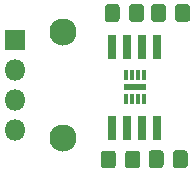
<source format=gbr>
%TF.GenerationSoftware,KiCad,Pcbnew,(5.1.5)-3*%
%TF.CreationDate,2021-12-06T22:42:56-06:00*%
%TF.ProjectId,DriveByWireMrSensor,44726976-6542-4795-9769-72654d725365,rev?*%
%TF.SameCoordinates,Original*%
%TF.FileFunction,Soldermask,Top*%
%TF.FilePolarity,Negative*%
%FSLAX46Y46*%
G04 Gerber Fmt 4.6, Leading zero omitted, Abs format (unit mm)*
G04 Created by KiCad (PCBNEW (5.1.5)-3) date 2021-12-06 22:42:56*
%MOMM*%
%LPD*%
G04 APERTURE LIST*
%ADD10C,2.300000*%
%ADD11R,0.658800X2.157400*%
%ADD12R,1.800000X1.800000*%
%ADD13O,1.800000X1.800000*%
%ADD14C,0.100000*%
%ADD15R,0.400000X0.850000*%
%ADD16R,1.850000X0.550000*%
G04 APERTURE END LIST*
D10*
%TO.C,REF\002A\002A*%
X95200000Y-83600000D03*
%TD*%
%TO.C,REF\002A\002A*%
X95200000Y-74600000D03*
%TD*%
D11*
%TO.C,U1*%
X99425000Y-82729000D03*
X100695000Y-82729000D03*
X101965000Y-82729000D03*
X103235000Y-82729000D03*
X103235000Y-75871000D03*
X101965000Y-75871000D03*
X100695000Y-75871000D03*
X99425000Y-75871000D03*
%TD*%
D12*
%TO.C,J1*%
X91200000Y-75289999D03*
D13*
X91200000Y-77829999D03*
X91200000Y-80369999D03*
X91200000Y-82909999D03*
%TD*%
D14*
%TO.C,R1*%
G36*
X103504897Y-84601308D02*
G01*
X103531275Y-84605221D01*
X103557143Y-84611701D01*
X103582252Y-84620685D01*
X103606358Y-84632086D01*
X103629232Y-84645796D01*
X103650651Y-84661682D01*
X103670410Y-84679590D01*
X103688318Y-84699349D01*
X103704204Y-84720768D01*
X103717914Y-84743642D01*
X103729315Y-84767748D01*
X103738299Y-84792857D01*
X103744779Y-84818725D01*
X103748692Y-84845103D01*
X103750000Y-84871738D01*
X103750000Y-85828262D01*
X103748692Y-85854897D01*
X103744779Y-85881275D01*
X103738299Y-85907143D01*
X103729315Y-85932252D01*
X103717914Y-85956358D01*
X103704204Y-85979232D01*
X103688318Y-86000651D01*
X103670410Y-86020410D01*
X103650651Y-86038318D01*
X103629232Y-86054204D01*
X103606358Y-86067914D01*
X103582252Y-86079315D01*
X103557143Y-86088299D01*
X103531275Y-86094779D01*
X103504897Y-86098692D01*
X103478262Y-86100000D01*
X102771738Y-86100000D01*
X102745103Y-86098692D01*
X102718725Y-86094779D01*
X102692857Y-86088299D01*
X102667748Y-86079315D01*
X102643642Y-86067914D01*
X102620768Y-86054204D01*
X102599349Y-86038318D01*
X102579590Y-86020410D01*
X102561682Y-86000651D01*
X102545796Y-85979232D01*
X102532086Y-85956358D01*
X102520685Y-85932252D01*
X102511701Y-85907143D01*
X102505221Y-85881275D01*
X102501308Y-85854897D01*
X102500000Y-85828262D01*
X102500000Y-84871738D01*
X102501308Y-84845103D01*
X102505221Y-84818725D01*
X102511701Y-84792857D01*
X102520685Y-84767748D01*
X102532086Y-84743642D01*
X102545796Y-84720768D01*
X102561682Y-84699349D01*
X102579590Y-84679590D01*
X102599349Y-84661682D01*
X102620768Y-84645796D01*
X102643642Y-84632086D01*
X102667748Y-84620685D01*
X102692857Y-84611701D01*
X102718725Y-84605221D01*
X102745103Y-84601308D01*
X102771738Y-84600000D01*
X103478262Y-84600000D01*
X103504897Y-84601308D01*
G37*
G36*
X105554897Y-84601308D02*
G01*
X105581275Y-84605221D01*
X105607143Y-84611701D01*
X105632252Y-84620685D01*
X105656358Y-84632086D01*
X105679232Y-84645796D01*
X105700651Y-84661682D01*
X105720410Y-84679590D01*
X105738318Y-84699349D01*
X105754204Y-84720768D01*
X105767914Y-84743642D01*
X105779315Y-84767748D01*
X105788299Y-84792857D01*
X105794779Y-84818725D01*
X105798692Y-84845103D01*
X105800000Y-84871738D01*
X105800000Y-85828262D01*
X105798692Y-85854897D01*
X105794779Y-85881275D01*
X105788299Y-85907143D01*
X105779315Y-85932252D01*
X105767914Y-85956358D01*
X105754204Y-85979232D01*
X105738318Y-86000651D01*
X105720410Y-86020410D01*
X105700651Y-86038318D01*
X105679232Y-86054204D01*
X105656358Y-86067914D01*
X105632252Y-86079315D01*
X105607143Y-86088299D01*
X105581275Y-86094779D01*
X105554897Y-86098692D01*
X105528262Y-86100000D01*
X104821738Y-86100000D01*
X104795103Y-86098692D01*
X104768725Y-86094779D01*
X104742857Y-86088299D01*
X104717748Y-86079315D01*
X104693642Y-86067914D01*
X104670768Y-86054204D01*
X104649349Y-86038318D01*
X104629590Y-86020410D01*
X104611682Y-86000651D01*
X104595796Y-85979232D01*
X104582086Y-85956358D01*
X104570685Y-85932252D01*
X104561701Y-85907143D01*
X104555221Y-85881275D01*
X104551308Y-85854897D01*
X104550000Y-85828262D01*
X104550000Y-84871738D01*
X104551308Y-84845103D01*
X104555221Y-84818725D01*
X104561701Y-84792857D01*
X104570685Y-84767748D01*
X104582086Y-84743642D01*
X104595796Y-84720768D01*
X104611682Y-84699349D01*
X104629590Y-84679590D01*
X104649349Y-84661682D01*
X104670768Y-84645796D01*
X104693642Y-84632086D01*
X104717748Y-84620685D01*
X104742857Y-84611701D01*
X104768725Y-84605221D01*
X104795103Y-84601308D01*
X104821738Y-84600000D01*
X105528262Y-84600000D01*
X105554897Y-84601308D01*
G37*
%TD*%
%TO.C,R2*%
G36*
X99459897Y-84626308D02*
G01*
X99486275Y-84630221D01*
X99512143Y-84636701D01*
X99537252Y-84645685D01*
X99561358Y-84657086D01*
X99584232Y-84670796D01*
X99605651Y-84686682D01*
X99625410Y-84704590D01*
X99643318Y-84724349D01*
X99659204Y-84745768D01*
X99672914Y-84768642D01*
X99684315Y-84792748D01*
X99693299Y-84817857D01*
X99699779Y-84843725D01*
X99703692Y-84870103D01*
X99705000Y-84896738D01*
X99705000Y-85853262D01*
X99703692Y-85879897D01*
X99699779Y-85906275D01*
X99693299Y-85932143D01*
X99684315Y-85957252D01*
X99672914Y-85981358D01*
X99659204Y-86004232D01*
X99643318Y-86025651D01*
X99625410Y-86045410D01*
X99605651Y-86063318D01*
X99584232Y-86079204D01*
X99561358Y-86092914D01*
X99537252Y-86104315D01*
X99512143Y-86113299D01*
X99486275Y-86119779D01*
X99459897Y-86123692D01*
X99433262Y-86125000D01*
X98726738Y-86125000D01*
X98700103Y-86123692D01*
X98673725Y-86119779D01*
X98647857Y-86113299D01*
X98622748Y-86104315D01*
X98598642Y-86092914D01*
X98575768Y-86079204D01*
X98554349Y-86063318D01*
X98534590Y-86045410D01*
X98516682Y-86025651D01*
X98500796Y-86004232D01*
X98487086Y-85981358D01*
X98475685Y-85957252D01*
X98466701Y-85932143D01*
X98460221Y-85906275D01*
X98456308Y-85879897D01*
X98455000Y-85853262D01*
X98455000Y-84896738D01*
X98456308Y-84870103D01*
X98460221Y-84843725D01*
X98466701Y-84817857D01*
X98475685Y-84792748D01*
X98487086Y-84768642D01*
X98500796Y-84745768D01*
X98516682Y-84724349D01*
X98534590Y-84704590D01*
X98554349Y-84686682D01*
X98575768Y-84670796D01*
X98598642Y-84657086D01*
X98622748Y-84645685D01*
X98647857Y-84636701D01*
X98673725Y-84630221D01*
X98700103Y-84626308D01*
X98726738Y-84625000D01*
X99433262Y-84625000D01*
X99459897Y-84626308D01*
G37*
G36*
X101509897Y-84626308D02*
G01*
X101536275Y-84630221D01*
X101562143Y-84636701D01*
X101587252Y-84645685D01*
X101611358Y-84657086D01*
X101634232Y-84670796D01*
X101655651Y-84686682D01*
X101675410Y-84704590D01*
X101693318Y-84724349D01*
X101709204Y-84745768D01*
X101722914Y-84768642D01*
X101734315Y-84792748D01*
X101743299Y-84817857D01*
X101749779Y-84843725D01*
X101753692Y-84870103D01*
X101755000Y-84896738D01*
X101755000Y-85853262D01*
X101753692Y-85879897D01*
X101749779Y-85906275D01*
X101743299Y-85932143D01*
X101734315Y-85957252D01*
X101722914Y-85981358D01*
X101709204Y-86004232D01*
X101693318Y-86025651D01*
X101675410Y-86045410D01*
X101655651Y-86063318D01*
X101634232Y-86079204D01*
X101611358Y-86092914D01*
X101587252Y-86104315D01*
X101562143Y-86113299D01*
X101536275Y-86119779D01*
X101509897Y-86123692D01*
X101483262Y-86125000D01*
X100776738Y-86125000D01*
X100750103Y-86123692D01*
X100723725Y-86119779D01*
X100697857Y-86113299D01*
X100672748Y-86104315D01*
X100648642Y-86092914D01*
X100625768Y-86079204D01*
X100604349Y-86063318D01*
X100584590Y-86045410D01*
X100566682Y-86025651D01*
X100550796Y-86004232D01*
X100537086Y-85981358D01*
X100525685Y-85957252D01*
X100516701Y-85932143D01*
X100510221Y-85906275D01*
X100506308Y-85879897D01*
X100505000Y-85853262D01*
X100505000Y-84896738D01*
X100506308Y-84870103D01*
X100510221Y-84843725D01*
X100516701Y-84817857D01*
X100525685Y-84792748D01*
X100537086Y-84768642D01*
X100550796Y-84745768D01*
X100566682Y-84724349D01*
X100584590Y-84704590D01*
X100604349Y-84686682D01*
X100625768Y-84670796D01*
X100648642Y-84657086D01*
X100672748Y-84645685D01*
X100697857Y-84636701D01*
X100723725Y-84630221D01*
X100750103Y-84626308D01*
X100776738Y-84625000D01*
X101483262Y-84625000D01*
X101509897Y-84626308D01*
G37*
%TD*%
%TO.C,R3*%
G36*
X105752897Y-72231308D02*
G01*
X105779275Y-72235221D01*
X105805143Y-72241701D01*
X105830252Y-72250685D01*
X105854358Y-72262086D01*
X105877232Y-72275796D01*
X105898651Y-72291682D01*
X105918410Y-72309590D01*
X105936318Y-72329349D01*
X105952204Y-72350768D01*
X105965914Y-72373642D01*
X105977315Y-72397748D01*
X105986299Y-72422857D01*
X105992779Y-72448725D01*
X105996692Y-72475103D01*
X105998000Y-72501738D01*
X105998000Y-73458262D01*
X105996692Y-73484897D01*
X105992779Y-73511275D01*
X105986299Y-73537143D01*
X105977315Y-73562252D01*
X105965914Y-73586358D01*
X105952204Y-73609232D01*
X105936318Y-73630651D01*
X105918410Y-73650410D01*
X105898651Y-73668318D01*
X105877232Y-73684204D01*
X105854358Y-73697914D01*
X105830252Y-73709315D01*
X105805143Y-73718299D01*
X105779275Y-73724779D01*
X105752897Y-73728692D01*
X105726262Y-73730000D01*
X105019738Y-73730000D01*
X104993103Y-73728692D01*
X104966725Y-73724779D01*
X104940857Y-73718299D01*
X104915748Y-73709315D01*
X104891642Y-73697914D01*
X104868768Y-73684204D01*
X104847349Y-73668318D01*
X104827590Y-73650410D01*
X104809682Y-73630651D01*
X104793796Y-73609232D01*
X104780086Y-73586358D01*
X104768685Y-73562252D01*
X104759701Y-73537143D01*
X104753221Y-73511275D01*
X104749308Y-73484897D01*
X104748000Y-73458262D01*
X104748000Y-72501738D01*
X104749308Y-72475103D01*
X104753221Y-72448725D01*
X104759701Y-72422857D01*
X104768685Y-72397748D01*
X104780086Y-72373642D01*
X104793796Y-72350768D01*
X104809682Y-72329349D01*
X104827590Y-72309590D01*
X104847349Y-72291682D01*
X104868768Y-72275796D01*
X104891642Y-72262086D01*
X104915748Y-72250685D01*
X104940857Y-72241701D01*
X104966725Y-72235221D01*
X104993103Y-72231308D01*
X105019738Y-72230000D01*
X105726262Y-72230000D01*
X105752897Y-72231308D01*
G37*
G36*
X103702897Y-72231308D02*
G01*
X103729275Y-72235221D01*
X103755143Y-72241701D01*
X103780252Y-72250685D01*
X103804358Y-72262086D01*
X103827232Y-72275796D01*
X103848651Y-72291682D01*
X103868410Y-72309590D01*
X103886318Y-72329349D01*
X103902204Y-72350768D01*
X103915914Y-72373642D01*
X103927315Y-72397748D01*
X103936299Y-72422857D01*
X103942779Y-72448725D01*
X103946692Y-72475103D01*
X103948000Y-72501738D01*
X103948000Y-73458262D01*
X103946692Y-73484897D01*
X103942779Y-73511275D01*
X103936299Y-73537143D01*
X103927315Y-73562252D01*
X103915914Y-73586358D01*
X103902204Y-73609232D01*
X103886318Y-73630651D01*
X103868410Y-73650410D01*
X103848651Y-73668318D01*
X103827232Y-73684204D01*
X103804358Y-73697914D01*
X103780252Y-73709315D01*
X103755143Y-73718299D01*
X103729275Y-73724779D01*
X103702897Y-73728692D01*
X103676262Y-73730000D01*
X102969738Y-73730000D01*
X102943103Y-73728692D01*
X102916725Y-73724779D01*
X102890857Y-73718299D01*
X102865748Y-73709315D01*
X102841642Y-73697914D01*
X102818768Y-73684204D01*
X102797349Y-73668318D01*
X102777590Y-73650410D01*
X102759682Y-73630651D01*
X102743796Y-73609232D01*
X102730086Y-73586358D01*
X102718685Y-73562252D01*
X102709701Y-73537143D01*
X102703221Y-73511275D01*
X102699308Y-73484897D01*
X102698000Y-73458262D01*
X102698000Y-72501738D01*
X102699308Y-72475103D01*
X102703221Y-72448725D01*
X102709701Y-72422857D01*
X102718685Y-72397748D01*
X102730086Y-72373642D01*
X102743796Y-72350768D01*
X102759682Y-72329349D01*
X102777590Y-72309590D01*
X102797349Y-72291682D01*
X102818768Y-72275796D01*
X102841642Y-72262086D01*
X102865748Y-72250685D01*
X102890857Y-72241701D01*
X102916725Y-72235221D01*
X102943103Y-72231308D01*
X102969738Y-72230000D01*
X103676262Y-72230000D01*
X103702897Y-72231308D01*
G37*
%TD*%
%TO.C,R4*%
G36*
X101832897Y-72231308D02*
G01*
X101859275Y-72235221D01*
X101885143Y-72241701D01*
X101910252Y-72250685D01*
X101934358Y-72262086D01*
X101957232Y-72275796D01*
X101978651Y-72291682D01*
X101998410Y-72309590D01*
X102016318Y-72329349D01*
X102032204Y-72350768D01*
X102045914Y-72373642D01*
X102057315Y-72397748D01*
X102066299Y-72422857D01*
X102072779Y-72448725D01*
X102076692Y-72475103D01*
X102078000Y-72501738D01*
X102078000Y-73458262D01*
X102076692Y-73484897D01*
X102072779Y-73511275D01*
X102066299Y-73537143D01*
X102057315Y-73562252D01*
X102045914Y-73586358D01*
X102032204Y-73609232D01*
X102016318Y-73630651D01*
X101998410Y-73650410D01*
X101978651Y-73668318D01*
X101957232Y-73684204D01*
X101934358Y-73697914D01*
X101910252Y-73709315D01*
X101885143Y-73718299D01*
X101859275Y-73724779D01*
X101832897Y-73728692D01*
X101806262Y-73730000D01*
X101099738Y-73730000D01*
X101073103Y-73728692D01*
X101046725Y-73724779D01*
X101020857Y-73718299D01*
X100995748Y-73709315D01*
X100971642Y-73697914D01*
X100948768Y-73684204D01*
X100927349Y-73668318D01*
X100907590Y-73650410D01*
X100889682Y-73630651D01*
X100873796Y-73609232D01*
X100860086Y-73586358D01*
X100848685Y-73562252D01*
X100839701Y-73537143D01*
X100833221Y-73511275D01*
X100829308Y-73484897D01*
X100828000Y-73458262D01*
X100828000Y-72501738D01*
X100829308Y-72475103D01*
X100833221Y-72448725D01*
X100839701Y-72422857D01*
X100848685Y-72397748D01*
X100860086Y-72373642D01*
X100873796Y-72350768D01*
X100889682Y-72329349D01*
X100907590Y-72309590D01*
X100927349Y-72291682D01*
X100948768Y-72275796D01*
X100971642Y-72262086D01*
X100995748Y-72250685D01*
X101020857Y-72241701D01*
X101046725Y-72235221D01*
X101073103Y-72231308D01*
X101099738Y-72230000D01*
X101806262Y-72230000D01*
X101832897Y-72231308D01*
G37*
G36*
X99782897Y-72231308D02*
G01*
X99809275Y-72235221D01*
X99835143Y-72241701D01*
X99860252Y-72250685D01*
X99884358Y-72262086D01*
X99907232Y-72275796D01*
X99928651Y-72291682D01*
X99948410Y-72309590D01*
X99966318Y-72329349D01*
X99982204Y-72350768D01*
X99995914Y-72373642D01*
X100007315Y-72397748D01*
X100016299Y-72422857D01*
X100022779Y-72448725D01*
X100026692Y-72475103D01*
X100028000Y-72501738D01*
X100028000Y-73458262D01*
X100026692Y-73484897D01*
X100022779Y-73511275D01*
X100016299Y-73537143D01*
X100007315Y-73562252D01*
X99995914Y-73586358D01*
X99982204Y-73609232D01*
X99966318Y-73630651D01*
X99948410Y-73650410D01*
X99928651Y-73668318D01*
X99907232Y-73684204D01*
X99884358Y-73697914D01*
X99860252Y-73709315D01*
X99835143Y-73718299D01*
X99809275Y-73724779D01*
X99782897Y-73728692D01*
X99756262Y-73730000D01*
X99049738Y-73730000D01*
X99023103Y-73728692D01*
X98996725Y-73724779D01*
X98970857Y-73718299D01*
X98945748Y-73709315D01*
X98921642Y-73697914D01*
X98898768Y-73684204D01*
X98877349Y-73668318D01*
X98857590Y-73650410D01*
X98839682Y-73630651D01*
X98823796Y-73609232D01*
X98810086Y-73586358D01*
X98798685Y-73562252D01*
X98789701Y-73537143D01*
X98783221Y-73511275D01*
X98779308Y-73484897D01*
X98778000Y-73458262D01*
X98778000Y-72501738D01*
X98779308Y-72475103D01*
X98783221Y-72448725D01*
X98789701Y-72422857D01*
X98798685Y-72397748D01*
X98810086Y-72373642D01*
X98823796Y-72350768D01*
X98839682Y-72329349D01*
X98857590Y-72309590D01*
X98877349Y-72291682D01*
X98898768Y-72275796D01*
X98921642Y-72262086D01*
X98945748Y-72250685D01*
X98970857Y-72241701D01*
X98996725Y-72235221D01*
X99023103Y-72231308D01*
X99049738Y-72230000D01*
X99756262Y-72230000D01*
X99782897Y-72231308D01*
G37*
%TD*%
D15*
%TO.C,U3*%
X100596000Y-80248000D03*
X101096000Y-80248000D03*
X101596000Y-80248000D03*
X102096000Y-80248000D03*
X102096000Y-78248000D03*
X101596000Y-78248000D03*
X101096000Y-78248000D03*
X100596000Y-78248000D03*
D16*
X101346000Y-79248000D03*
%TD*%
M02*

</source>
